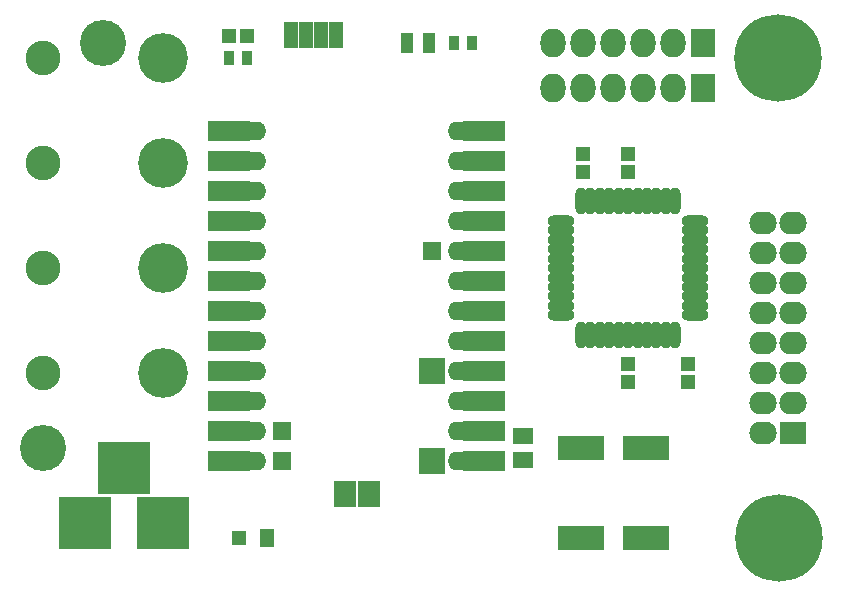
<source format=gts>
G04 #@! TF.FileFunction,Soldermask,Top*
%FSLAX46Y46*%
G04 Gerber Fmt 4.6, Leading zero omitted, Abs format (unit mm)*
G04 Created by KiCad (PCBNEW 4.0.1-stable) date 7/4/2016 23:44:39*
%MOMM*%
G01*
G04 APERTURE LIST*
%ADD10C,0.254000*%
%ADD11O,2.406400X1.606400*%
%ADD12R,3.581400X1.676400*%
%ADD13R,2.184400X2.184400*%
%ADD14R,1.549400X1.549400*%
%ADD15R,1.930400X2.184400*%
%ADD16R,4.005580X2.006600*%
%ADD17R,1.656400X1.406400*%
%ADD18R,1.156400X1.206400*%
%ADD19R,1.206400X1.156400*%
%ADD20R,1.306400X1.506400*%
%ADD21R,1.306400X1.306400*%
%ADD22R,4.406400X4.406400*%
%ADD23C,2.946400*%
%ADD24C,4.216400*%
%ADD25R,1.106400X1.706400*%
%ADD26R,0.906400X1.306400*%
%ADD27O,0.946400X2.306400*%
%ADD28O,2.306400X0.946400*%
%ADD29R,1.206400X2.206400*%
%ADD30R,2.133600X2.438400*%
%ADD31O,2.133600X2.438400*%
%ADD32O,2.311400X1.930400*%
%ADD33R,2.311400X1.930400*%
%ADD34C,3.906400*%
%ADD35C,7.406400*%
%ADD36C,1.006400*%
G04 APERTURE END LIST*
D10*
D11*
X-44578544Y-11251338D03*
X-26798544Y-11251338D03*
X-44578544Y-8711338D03*
X-26798544Y-8711338D03*
X-44578544Y-6171338D03*
X-26798544Y-6171338D03*
X-44578544Y-3631338D03*
X-26798544Y-3631338D03*
X-44578544Y-1091338D03*
X-26798544Y-1091338D03*
X-44578544Y1448662D03*
X-26798544Y1448662D03*
X-44578544Y3988662D03*
X-26798544Y3988662D03*
X-44578544Y6528662D03*
X-26798544Y6528662D03*
X-44578544Y9068662D03*
X-26798544Y9068662D03*
X-44578544Y11608662D03*
X-26798544Y11608662D03*
X-44578544Y14148662D03*
X-26798544Y14148662D03*
X-44578544Y16688662D03*
X-26798544Y16688662D03*
D12*
X-24893544Y-11251338D03*
X-24893544Y-8711338D03*
X-24893544Y-6171338D03*
X-24893544Y-3631338D03*
X-24893544Y-1091338D03*
X-24893544Y1448662D03*
X-24893544Y3988662D03*
X-24893544Y6528662D03*
X-24893544Y9068662D03*
X-24893544Y11608662D03*
X-24893544Y14148662D03*
X-24893544Y16688662D03*
X-46483544Y16688662D03*
X-46483544Y14148662D03*
X-46483544Y11608662D03*
X-46483544Y9068662D03*
X-46483544Y6528662D03*
X-46483544Y3988662D03*
X-46483544Y1448662D03*
X-46483544Y-1091338D03*
X-46483544Y-3631338D03*
X-46483544Y-6171338D03*
X-46483544Y-8711338D03*
X-46483544Y-11251338D03*
D13*
X-29338544Y-11251338D03*
X-29338544Y-3631338D03*
D14*
X-29338544Y6528662D03*
X-42038544Y-8711338D03*
X-42038544Y-11251338D03*
D15*
X-36704544Y-14045338D03*
X-34672544Y-14045338D03*
D16*
X-16720820Y-10160000D03*
X-11219180Y-10160000D03*
X-16720820Y-17780000D03*
X-11219180Y-17780000D03*
D17*
X-21590000Y-11160000D03*
X-21590000Y-9160000D03*
D18*
X-12700000Y-3060000D03*
X-12700000Y-4560000D03*
X-7620000Y-3060000D03*
X-7620000Y-4560000D03*
D19*
X-44970000Y24765000D03*
X-46470000Y24765000D03*
D18*
X-12700000Y13220000D03*
X-12700000Y14720000D03*
X-16510000Y13220000D03*
X-16510000Y14720000D03*
D20*
X-43250000Y-17780000D03*
D21*
X-45650000Y-17780000D03*
D22*
X-52070000Y-16510000D03*
X-58670000Y-16510000D03*
X-55420000Y-11811000D03*
D23*
X-62230000Y22860000D03*
D24*
X-52070000Y22860000D03*
D23*
X-62230000Y13970000D03*
D24*
X-52070000Y13970000D03*
D23*
X-62230000Y5080000D03*
D24*
X-52070000Y5080000D03*
D23*
X-62230000Y-3810000D03*
D24*
X-52070000Y-3810000D03*
D25*
X-29530000Y24130000D03*
X-31430000Y24130000D03*
D26*
X-46470000Y22860000D03*
X-44970000Y22860000D03*
X-27420000Y24130000D03*
X-25920000Y24130000D03*
D27*
X-16700000Y-620000D03*
X-15900000Y-620000D03*
X-15100000Y-620000D03*
X-14300000Y-620000D03*
X-13500000Y-620000D03*
X-12700000Y-620000D03*
X-11900000Y-620000D03*
X-11100000Y-620000D03*
X-10300000Y-620000D03*
X-9500000Y-620000D03*
X-8700000Y-620000D03*
D28*
X-7000000Y1080000D03*
X-7000000Y1880000D03*
X-7000000Y2680000D03*
X-7000000Y3480000D03*
X-7000000Y4280000D03*
X-7000000Y5080000D03*
X-7000000Y5880000D03*
X-7000000Y6680000D03*
X-7000000Y7480000D03*
X-7000000Y8280000D03*
X-7000000Y9080000D03*
D27*
X-8700000Y10780000D03*
X-9500000Y10780000D03*
X-10300000Y10780000D03*
X-11100000Y10780000D03*
X-11900000Y10780000D03*
X-12700000Y10780000D03*
X-13500000Y10780000D03*
X-14300000Y10780000D03*
X-15100000Y10780000D03*
X-15900000Y10780000D03*
X-16700000Y10780000D03*
D28*
X-18400000Y9080000D03*
X-18400000Y8280000D03*
X-18400000Y7480000D03*
X-18400000Y6680000D03*
X-18400000Y5880000D03*
X-18400000Y5080000D03*
X-18400000Y4280000D03*
X-18400000Y3480000D03*
X-18400000Y2680000D03*
X-18400000Y1880000D03*
X-18400000Y1080000D03*
D29*
X-41275000Y24800000D03*
X-40005000Y24800000D03*
X-38735000Y24800000D03*
X-37465000Y24800000D03*
D30*
X-6350000Y24130000D03*
D31*
X-8890000Y24130000D03*
X-11430000Y24130000D03*
X-13970000Y24130000D03*
X-16510000Y24130000D03*
X-19050000Y24130000D03*
D30*
X-6350000Y20320000D03*
D31*
X-8890000Y20320000D03*
X-11430000Y20320000D03*
X-13970000Y20320000D03*
X-16510000Y20320000D03*
X-19050000Y20320000D03*
D32*
X-1270000Y8890000D03*
X1270000Y8890000D03*
X-1270000Y6350000D03*
X1270000Y6350000D03*
X-1270000Y3810000D03*
X1270000Y3810000D03*
X-1270000Y1270000D03*
X1270000Y1270000D03*
X-1270000Y-1270000D03*
X1270000Y-1270000D03*
X-1270000Y-3810000D03*
X1270000Y-3810000D03*
X-1270000Y-6350000D03*
X1270000Y-6350000D03*
X-1270000Y-8890000D03*
D33*
X1270000Y-8890000D03*
D34*
X-62230000Y-10160000D03*
X-57150000Y24130000D03*
D35*
X0Y22860000D03*
D36*
X2625000Y22860000D03*
X1856155Y21003845D03*
X0Y20235000D03*
X-1856155Y21003845D03*
X-2625000Y22860000D03*
X-1856155Y24716155D03*
X0Y25485000D03*
X1856155Y24716155D03*
D35*
X85000Y-17780000D03*
D36*
X2710000Y-17780000D03*
X1941155Y-19636155D03*
X85000Y-20405000D03*
X-1771155Y-19636155D03*
X-2540000Y-17780000D03*
X-1771155Y-15923845D03*
X85000Y-15155000D03*
X1941155Y-15923845D03*
M02*

</source>
